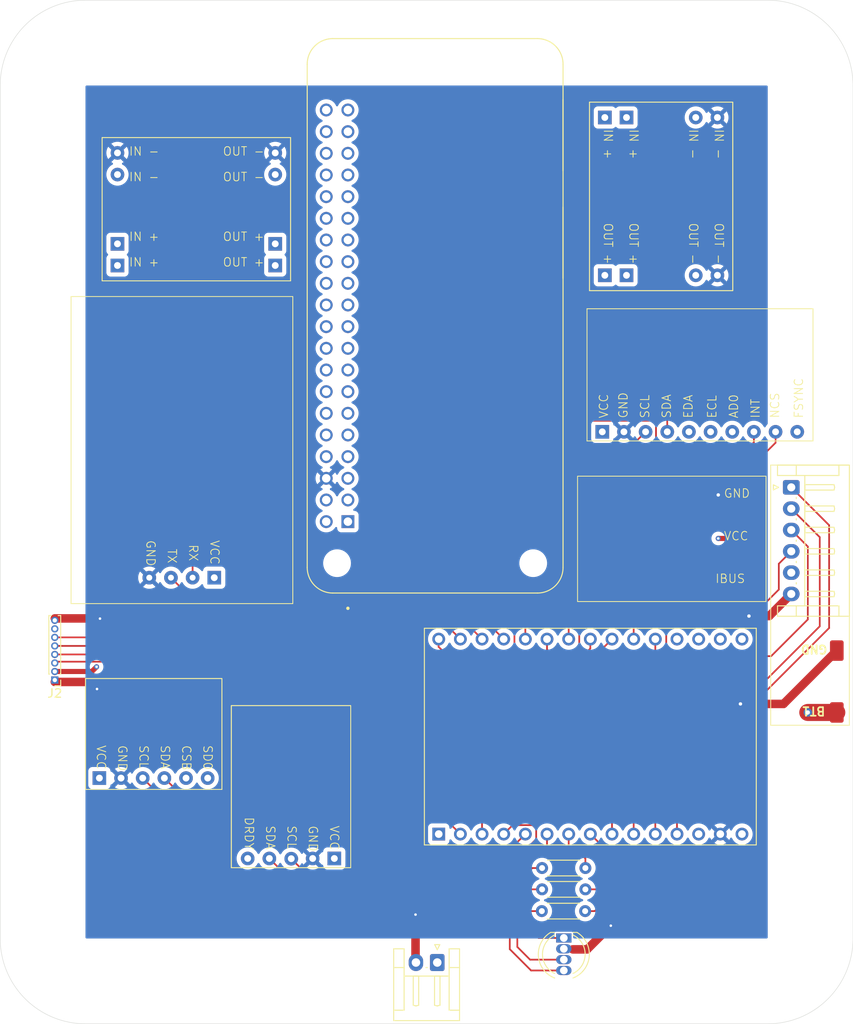
<source format=kicad_pcb>
(kicad_pcb (version 20241229) (generator "pcbnew") (generator_version "9.0")
  (layers (0 "F.Cu" signal) (4 "In1.Cu" signal) (6 "In2.Cu" signal) (2 "B.Cu" signal) (13 "F.Paste" user) (15 "B.Paste" user) (5 "F.SilkS" user "F.Silkscreen") (7 "B.SilkS" user "B.Silkscreen") (1 "F.Mask" user) (3 "B.Mask" user) (25 "Edge.Cuts" user))
  (net 0 "")
  (net 1 "0")
  (net 2 "+7.5V")
  (net 3 "Net-(D1-DO)")
  (net 4 "Net-(D1-DI)")
  (net 5 "Net-(D1-VDD)")
  (net 6 "Net-(J1-Pin_25)")
  (net 7 "Net-(J1-Pin_27)")
  (net 8 "Net-(J1-Pin_3)")
  (net 10 "Net-(J1-Pin_9)")
  (net 11 "Net-(J1-Pin_24)")
  (net 12 "Net-(J1-Pin_2)")
  (net 13 "Net-(J1-Pin_7)")
  (net 14 "Net-(J1-Pin_20)")
  (net 15 "+3.3V")
  (net 16 "Net-(J1-Pin_23)")
  (net 17 "Net-(J1-Pin_12)")
  (net 18 "Net-(J1-Pin_10)")
  (net 19 "Net-(J1-Pin_29)")
  (net 22 "Net-(J1-Pin_26)")
  (net 23 "Net-(J1-Pin_30)")
  (net 24 "Net-(J1-Pin_28)")
  (net 26 "Net-(J1-Pin_5)")
  (net 28 "Net-(J1-Pin_4)")
  (net 30 "Net-(J1-Pin_21)")
  (net 31 "Net-(J1-Pin_11)")
  (net 32 "Net-(J1-Pin_22)")
  (net 33 "Net-(J1-Pin_6)")
  (net 34 "+5V")
  (net 78 "Net-(C3-Pad1)")
  (net 79 "Net-(C1-Pad2)")
  (net 80 "Net-(C3-Pad2)")
  (net 81 "Net-(C1-Pad1)")
  (net 82 "Net-(C2-Pad1)")
  (net 83 "Net-(C2-Pad2)")
  (net 84 "Net-(C4-Pad1)")
  (net 85 "Net-(C4-Pad2)")
  (net 86 "Net-(J1-Pin_8)")
  (footprint "mp1584:mp1584_footprint" (layer "F.Cu") (at 150.7 52.05 -90)
    (property "Reference" "U6" (hide yes))
    (property "Value" "mp1584" (hide yes))
    (fp_text user "IN -" (at -7 10 270) (layer "F.SilkS") (effects (font (thickness 0.1)) (justify left bottom)))
    (fp_text user "OUT -" (at 4 10 270) (layer "F.SilkS") (effects (font (thickness 0.1)) (justify left bottom)))
    (fp_text user "IN +" (at -7 20 270) (layer "F.SilkS") (effects (font (thickness 0.1)) (justify left bottom)))
    (fp_text user "IN +" (at -7 17 270) (layer "F.SilkS") (effects (font (thickness 0.1)) (justify left bottom)))
    (fp_text user "IN -" (at -7 7 270) (layer "F.SilkS") (effects (font (thickness 0.1)) (justify left bottom)))
    (fp_text user "OUT +" (at 4 17 270) (layer "F.SilkS") (effects (font (thickness 0.1)) (justify left bottom)))
    (fp_text user "OUT -" (at 4 7 270) (layer "F.SilkS") (effects (font (thickness 0.1)) (justify left bottom)))
    (fp_text user "OUT +" (at 4 20 270) (layer "F.SilkS") (effects (font (thickness 0.1)) (justify left bottom)))
    (pad "1" thru_hole rect (at 10.2 19.8 270) (size 1.6 1.6) (drill 0.8) (layers "*.Cu" "*.Mask") (net 15 "+3.3V"))
    (pad "2" thru_hole rect (at 10.2 17.26 270) (size 1.6 1.6) (drill 0.8) (layers "*.Cu" "*.Mask") (net 78 "Net-(C3-Pad1)"))
    (pad "3" thru_hole circle (at 10.2 9.14 270) (size 1.6 1.6) (drill 0.8) (layers "*.Cu" "*.Mask") (net 80 "Net-(C3-Pad2)"))
    (pad "4" thru_hole circle (at 10.2 6.6 270) (size 1.6 1.6) (drill 0.8) (layers "*.Cu" "*.Mask") (net 1 "0"))
    (pad "5" thru_hole circle (at -8.3 6.6 270) (size 1.6 1.6) (drill 0.8) (layers "*.Cu" "*.Mask") (net 1 "0"))
    (pad "6" thru_hole circle (at -8.3 9.14 270) (size 1.6 1.6) (drill 0.8) (layers "*.Cu" "*.Mask") (net 79 "Net-(C1-Pad2)"))
    (pad "7" thru_hole rect (at -8.3 17.26 270) (size 1.6 1.6) (drill 0.8) (layers "*.Cu" "*.Mask") (net 81 "Net-(C1-Pad1)"))
    (pad "8" thru_hole rect (at -8.3 19.8 270) (size 1.6 1.6) (drill 0.8) (layers "*.Cu" "*.Mask") (net 2 "+7.5V"))
  )
  (footprint "MountingHole:MountingHole_3.5mm" (layer "F.Cu") (at 137.071068 36.928932)
    (property "Reference" "H7" (hide yes))
    (property "Value" "MountingHole" (hide yes))
    (pad "" np_thru_hole circle (at 0 0) (size 3.5 3.5) (drill 3.5) (layers "*.Cu" "*.Mask"))
  )
  (footprint "Flysky fs-a8s:Flysky fs-a8s_footprint" (layer "F.Cu") (at 120.8 92.4 90)
    (property "Reference" "U8" (hide yes))
    (property "Value" "Flysky fs-a8s" (hide yes))
    (fp_text user "IBUS" (at -6 23 0) (layer "F.SilkS") (effects (font (thickness 0.1)) (justify left bottom)))
    (fp_text user "GND" (at 4 24 0) (layer "F.SilkS") (effects (font (thickness 0.1)) (justify left bottom)))
    (fp_text user "VCC" (at -1 24 0) (layer "F.SilkS") (effects (font (thickness 0.1)) (justify left bottom)))
    (pad "1" smd roundrect (at 4.4 28 90) (size 2.4 1.6) (layers "F.Cu" "F.Mask" "F.Paste") (roundrect_rratio 0.15) (net 1 "0"))
    (pad "2" smd roundrect (at -0.7 28 90) (size 2.4 1.6) (layers "F.Cu" "F.Mask" "F.Paste") (roundrect_rratio 0.15) (net 34 "+5V"))
    (pad "3" smd roundrect (at -5.8 28 90) (size 2.4 1.6) (layers "F.Cu" "F.Mask" "F.Paste") (roundrect_rratio 0.15) (net 30 "Net-(J1-Pin_21)"))
  )
  (footprint "MPU6500:MPU6500" (layer "F.Cu") (at 145.84 85.68 180)
    (property "Reference" "U9" (hide yes))
    (property "Value" "~" (hide yes))
    (fp_text user "SCL" (at 9.652 6.604 90) (layer "F.SilkS") (effects (font (thickness 0.1)) (justify left bottom)))
    (fp_text user "SDA" (at 7.112 6.604 90) (layer "F.SilkS") (effects (font (thickness 0.1)) (justify left bottom)))
    (fp_text user "NCS" (at -5.588 6.604 90) (layer "F.SilkS") (effects (font (thickness 0.1)) (justify left bottom)))
    (fp_text user "GND" (at 12.192 6.604 90) (layer "F.SilkS") (effects (font (thickness 0.1)) (justify left bottom)))
    (fp_text user "VCC" (at 14.478 6.604 90) (layer "F.SilkS") (effects (font (thickness 0.1)) (justify left bottom)))
    (fp_text user "EDA" (at 4.572 6.604 90) (layer "F.SilkS") (effects (font (thickness 0.1)) (justify left bottom)))
    (fp_text user "INT" (at -3.302 6.604 90) (layer "F.SilkS") (effects (font (thickness 0.1)) (justify left bottom)))
    (fp_text user "ECL" (at 1.778 6.604 90) (layer "F.SilkS") (effects (font (thickness 0.1)) (justify left bottom)))
    (fp_text user "AD0" (at -0.762 6.604 90) (layer "F.SilkS") (effects (font (thickness 0.1)) (justify left bottom)))
    (fp_text user "FSYNC" (at -8.382 6.604 90) (layer "F.SilkS") (effects (font (thickness 0.1)) (justify left bottom)))
    (pad "1" thru_hole rect (at 15.24 5.08 180) (size 1.6 1.6) (drill 0.8) (layers "*.Cu" "*.Mask") (net 15 "+3.3V"))
    (pad "2" thru_hole circle (at 12.7 5.08 180) (size 1.6 1.6) (drill 0.8) (layers "*.Cu" "*.Mask") (net 1 "0"))
    (pad "3" thru_hole circle (at 10.16 5.08 180) (size 1.6 1.6) (drill 0.8) (layers "*.Cu" "*.Mask") (net 11 "Net-(J1-Pin_24)"))
    (pad "4" thru_hole circle (at 7.62 5.08 180) (size 1.6 1.6) (drill 0.8) (layers "*.Cu" "*.Mask") (net 23 "Net-(J1-Pin_30)"))
    (pad "5" thru_hole circle (at 5.08 5.08 180) (size 1.6 1.6) (drill 0.8) (layers "*.Cu" "*.Mask"))
    (pad "6" thru_hole circle (at 2.54 5.08 180) (size 1.6 1.6) (drill 0.8) (layers "*.Cu" "*.Mask"))
    (pad "7" thru_hole circle (at 0 5.08 180) (size 1.6 1.6) (drill 0.8) (layers "*.Cu" "*.Mask"))
    (pad "8" thru_hole circle (at -2.54 5.08 180) (size 1.6 1.6) (drill 0.8) (layers "*.Cu" "*.Mask") (net 22 "Net-(J1-Pin_26)"))
    (pad "9" thru_hole circle (at -5.08 5.08 180) (size 1.6 1.6) (drill 0.8) (layers "*.Cu" "*.Mask") (net 6 "Net-(J1-Pin_25)"))
    (pad "10" thru_hole circle (at -7.62 5.08 180) (size 1.6 1.6) (drill 0.8) (layers "*.Cu" "*.Mask"))
  )
  (footprint "HMC5883L:HMC5883L_footprint" (layer "F.Cu") (at 94.1 135.7 180)
    (property "Reference" "U5" (hide yes))
    (property "Value" "HMC5883L" (hide yes))
    (fp_text user "VCC" (at -4.5 9 270) (layer "F.SilkS") (effects (font (thickness 0.1)) (justify left bottom)))
    (fp_text user "SDA" (at 3 9 270) (layer "F.SilkS") (effects (font (thickness 0.1)) (justify left bottom)))
    (fp_text user "GND" (at -2 9 270) (layer "F.SilkS") (effects (font (thickness 0.1)) (justify left bottom)))
    (fp_text user "DRDY" (at 5.5 10 270) (layer "F.SilkS") (effects (font (thickness 0.1)) (justify left bottom)))
    (fp_text user "SCL" (at 0.5 9 270) (layer "F.SilkS") (effects (font (thickness 0.1)) (justify left bottom)))
    (pad "1" thru_hole rect (at -5.08 5.08 180) (size 1.6 1.6) (drill 0.8) (layers "*.Cu" "*.Mask") (net 15 "+3.3V"))
    (pad "2" thru_hole circle (at -2.54 5.08 180) (size 1.6 1.6) (drill 0.8) (layers "*.Cu" "*.Mask") (net 1 "0"))
    (pad "3" thru_hole circle (at -0.027476 5.05461 180) (size 1.6 1.6) (drill 0.8) (layers "*.Cu" "*.Mask") (net 26 "Net-(J1-Pin_5)"))
    (pad "4" thru_hole circle (at 2.54 5.08 180) (size 1.6 1.6) (drill 0.8) (layers "*.Cu" "*.Mask") (net 28 "Net-(J1-Pin_4)"))
    (pad "5" thru_hole circle (at 5.08 5.08 180) (size 1.6 1.6) (drill 0.8) (layers "*.Cu" "*.Mask"))
  )
  (footprint "Connector_JST:JST_EH_S2B-EH_1x02_P2.50mm_Horizontal" (layer "F.Cu") (at 111.25 142.8175 180)
    (property "Reference" "BT1" (hide yes))
    (property "Value" "Battery")
    (pad "1" thru_hole roundrect (at 0 0 180) (size 1.7 2) (drill 1) (layers "*.Cu" "*.Mask") (roundrect_rratio 0.147059) (net 2 "+7.5V"))
    (pad "2" thru_hole oval (at 2.5 0 180) (size 1.7 2) (drill 1) (layers "*.Cu" "*.Mask") (net 1 "0"))
  )
  (footprint "Connector_PinHeader_1.00mm:PinHeader_1x08_P1.00mm_Vertical" (layer "F.Cu") (at 66.4 109.7 180)
    (property "Reference" "J2" (at 0 -1.56 0) (layer "F.SilkS"))
    (property "Value" "Conn_01x08_Pin")
    (pad "1" thru_hole rect (at 0 0 180) (size 0.85 0.85) (drill 0.5) (layers "*.Cu" "*.Mask") (net 1 "0"))
    (pad "2" thru_hole oval (at 0 1 180) (size 0.85 0.85) (drill 0.5) (layers "*.Cu" "*.Mask") (net 34 "+5V"))
    (pad "3" thru_hole oval (at 0 2 180) (size 0.85 0.85) (drill 0.5) (layers "*.Cu" "*.Mask") (net 14 "Net-(J1-Pin_20)"))
    (pad "4" thru_hole oval (at 0 3 180) (size 0.85 0.85) (drill 0.5) (layers "*.Cu" "*.Mask") (net 32 "Net-(J1-Pin_22)"))
    (pad "5" thru_hole oval (at 0 4 180) (size 0.85 0.85) (drill 0.5) (layers "*.Cu" "*.Mask") (net 16 "Net-(J1-Pin_23)"))
    (pad "6" thru_hole oval (at 0 5 180) (size 0.85 0.85) (drill 0.5) (layers "*.Cu" "*.Mask") (net 19 "Net-(J1-Pin_29)"))
    (pad "7" thru_hole oval (at 0 6 180) (size 0.85 0.85) (drill 0.5) (layers "*.Cu" "*.Mask") (net 15 "+3.3V"))
    (pad "8" thru_hole oval (at 0 7 180) (size 0.85 0.85) (drill 0.5) (layers "*.Cu" "*.Mask") (net 1 "0"))
  )
  (footprint "MountingHole:MountingHole_3.5mm" (layer "F.Cu") (at 82.928933 143.071068)
    (property "Reference" "H5" (hide yes))
    (property "Value" "MountingHole" (hide yes))
    (pad "" np_thru_hole circle (at 0 0) (size 3.5 3.5) (drill 3.5) (layers "*.Cu" "*.Mask"))
  )
  (footprint "Resistor_THT:R_Axial_DIN0204_L3.6mm_D1.6mm_P5.08mm_Horizontal" (layer "F.Cu") (at 123.54 131.74)
    (property "Reference" "R3" (hide yes))
    (property "Value" "220" (hide yes))
    (pad "1" thru_hole circle (at 0 0) (size 1.4 1.4) (drill 0.7) (layers "*.Cu" "*.Mask") (net 4 "Net-(D1-DI)"))
    (pad "2" thru_hole oval (at 5.08 0) (size 1.4 1.4) (drill 0.7) (layers "*.Cu" "*.Mask") (net 33 "Net-(J1-Pin_6)"))
  )
  (footprint "Resistor_THT:R_Axial_DIN0204_L3.6mm_D1.6mm_P5.08mm_Horizontal" (layer "F.Cu") (at 123.51 136.79)
    (property "Reference" "R1" (hide yes))
    (property "Value" "220" (hide yes))
    (pad "1" thru_hole circle (at 0 0) (size 1.4 1.4) (drill 0.7) (layers "*.Cu" "*.Mask") (net 3 "Net-(D1-DO)"))
    (pad "2" thru_hole oval (at 5.08 0) (size 1.4 1.4) (drill 0.7) (layers "*.Cu" "*.Mask") (net 86 "Net-(J1-Pin_8)"))
  )
  (footprint "mp1584:mp1584_footprint" (layer "F.Cu") (at 82.05 41.3)
    (property "Reference" "U7" (hide yes))
    (property "Value" "mp1584" (hide yes))
    (fp_text user "IN -" (at -7 7 0) (layer "F.SilkS") (effects (font (thickness 0.1)) (justify left bottom)))
    (fp_text user "IN +" (at -7 17 0) (layer "F.SilkS") (effects (font (thickness 0.1)) (justify left bottom)))
    (fp_text user "OUT +" (at 4 17 0) (layer "F.SilkS") (effects (font (thickness 0.1)) (justify left bottom)))
    (fp_text user "IN +" (at -7 20 0) (layer "F.SilkS") (effects (font (thickness 0.1)) (justify left bottom)))
    (fp_text user "OUT -" (at 4 7 0) (layer "F.SilkS") (effects (font (thickness 0.1)) (justify left bottom)))
    (fp_text user "OUT -" (at 4 10 0) (layer "F.SilkS") (effects (font (thickness 0.1)) (justify left bottom)))
    (fp_text user "OUT +" (at 4 20 0) (layer "F.SilkS") (effects (font (thickness 0.1)) (justify left bottom)))
    (fp_text user "IN -" (at -7 10 0) (layer "F.SilkS") (effects (font (thickness 0.1)) (justify left bottom)))
    (pad "1" thru_hole rect (at 10.2 19.8) (size 1.6 1.6) (drill 0.8) (layers "*.Cu" "*.Mask") (net 34 "+5V"))
    (pad "2" thru_hole rect (at 10.2 17.26) (size 1.6 1.6) (drill 0.8) (layers "*.Cu" "*.Mask") (net 85 "Net-(C4-Pad2)"))
    (pad "3" thru_hole circle (at 10.2 9.14) (size 1.6 1.6) (drill 0.8) (layers "*.Cu" "*.Mask") (net 84 "Net-(C4-Pad1)"))
    (pad "4" thru_hole circle (at 10.2 6.6) (size 1.6 1.6) (drill 0.8) (layers "*.Cu" "*.Mask") (net 1 "0"))
    (pad "5" thru_hole circle (at -8.3 6.6) (size 1.6 1.6) (drill 0.8) (layers "*.Cu" "*.Mask") (net 1 "0"))
    (pad "6" thru_hole circle (at -8.3 9.14) (size 1.6 1.6) (drill 0.8) (layers "*.Cu" "*.Mask") (net 82 "Net-(C2-Pad1)"))
    (pad "7" thru_hole rect (at -8.3 17.26) (size 1.6 1.6) (drill 0.8) (layers "*.Cu" "*.Mask") (net 83 "Net-(C2-Pad2)"))
    (pad "8" thru_hole rect (at -8.3 19.8) (size 1.6 1.6) (drill 0.8) (layers "*.Cu" "*.Mask") (net 2 "+7.5V"))
  )
  (footprint "MountingHole:MountingHole_3.5mm" (layer "F.Cu") (at 137.071068 143.071067)
    (property "Reference" "H3" (hide yes))
    (property "Value" "MountingHole" (hide yes))
    (pad "" np_thru_hole circle (at 0 0) (size 3.5 3.5) (drill 3.5) (layers "*.Cu" "*.Mask"))
  )
  (footprint "Resistor_THT:R_Axial_DIN0204_L3.6mm_D1.6mm_P5.08mm_Horizontal" (layer "F.Cu") (at 123.54 134.24)
    (property "Reference" "R2" (hide yes))
    (property "Value" "220" (hide yes))
    (pad "1" thru_hole circle (at 0 0) (size 1.4 1.4) (drill 0.7) (layers "*.Cu" "*.Mask") (net 5 "Net-(D1-VDD)"))
    (pad "2" thru_hole oval (at 5.08 0) (size 1.4 1.4) (drill 0.7) (layers "*.Cu" "*.Mask") (net 13 "Net-(J1-Pin_7)"))
  )
  (footprint "RF_Module:ESP32-C3-DevKitM-1" (layer "F.Cu") (at 111.42 127.76 90)
    (property "Reference" "J1" (hide yes))
    (property "Value" "ESP-32_DevkitC" (hide yes))
    (pad "1" thru_hole rect (at 0 0 90) (size 1.5 1.5) (drill 0.9) (layers "*.Cu" "*.Mask"))
    (pad "2" thru_hole circle (at 0 2.54 90) (size 1.5 1.5) (drill 0.9) (layers "*.Cu" "*.Mask") (net 12 "Net-(J1-Pin_2)"))
    (pad "3" thru_hole circle (at 0 5.08 90) (size 1.5 1.5) (drill 0.9) (layers "*.Cu" "*.Mask") (net 8 "Net-(J1-Pin_3)"))
    (pad "4" thru_hole circle (at 0 7.62 90) (size 1.5 1.5) (drill 0.9) (layers "*.Cu" "*.Mask") (net 28 "Net-(J1-Pin_4)"))
    (pad "5" thru_hole circle (at 0 10.16 90) (size 1.5 1.5) (drill 0.9) (layers "*.Cu" "*.Mask") (net 26 "Net-(J1-Pin_5)"))
    (pad "6" thru_hole circle (at 0 12.7 90) (size 1.5 1.5) (drill 0.9) (layers "*.Cu" "*.Mask") (net 33 "Net-(J1-Pin_6)"))
    (pad "7" thru_hole circle (at 0 15.24 90) (size 1.5 1.5) (drill 0.9) (layers "*.Cu" "*.Mask") (net 13 "Net-(J1-Pin_7)"))
    (pad "8" thru_hole circle (at 0 17.78 90) (size 1.5 1.5) (drill 0.9) (layers "*.Cu" "*.Mask") (net 86 "Net-(J1-Pin_8)"))
    (pad "9" thru_hole circle (at 0 20.32 90) (size 1.5 1.5) (drill 0.9) (layers "*.Cu" "*.Mask") (net 10 "Net-(J1-Pin_9)"))
    (pad "10" thru_hole circle (at 0 22.86 90) (size 1.5 1.5) (drill 0.9) (layers "*.Cu" "*.Mask") (net 18 "Net-(J1-Pin_10)"))
    (pad "11" thru_hole circle (at 0 25.4 90) (size 1.5 1.5) (drill 0.9) (layers "*.Cu" "*.Mask") (net 31 "Net-(J1-Pin_11)"))
    (pad "12" thru_hole circle (at 0 27.94 90) (size 1.5 1.5) (drill 0.9) (layers "*.Cu" "*.Mask") (net 17 "Net-(J1-Pin_12)"))
    (pad "13" thru_hole circle (at 0 30.48 90) (size 1.5 1.5) (drill 0.9) (layers "*.Cu" "*.Mask"))
    (pad "14" thru_hole circle (at 0 33.02 90) (size 1.5 1.5) (drill 0.9) (layers "*.Cu" "*.Mask") (net 1 "0"))
    (pad "15" thru_hole circle (at 0 35.56 90) (size 1.5 1.5) (drill 0.9) (layers "*.Cu" "*.Mask") (net 15 "+3.3V"))
    (pad "16" thru_hole circle (at 22.86 35.56 90) (size 1.5 1.5) (drill 0.9) (layers "*.Cu" "*.Mask"))
    (pad "17" thru_hole circle (at 22.86 33.02 90) (size 1.5 1.5) (drill 0.9) (layers "*.Cu" "*.Mask"))
    (pad "18" thru_hole circle (at 22.86 30.48 90) (size 1.5 1.5) (drill 0.9) (layers "*.Cu" "*.Mask"))
    (pad "19" thru_hole circle (at 22.86 27.94 90) (size 1.5 1.5) (drill 0.9) (layers "*.Cu" "*.Mask"))
    (pad "20" thru_hole circle (at 22.86 25.4 90) (size 1.5 1.5) (drill 0.9) (layers "*.Cu" "*.Mask") (net 14 "Net-(J1-Pin_20)"))
    (pad "21" thru_hole circle (at 22.86 22.86 90) (size 1.5 1.5) (drill 0.9) (layers "*.Cu" "*.Mask") (net 30 "Net-(J1-Pin_21)"))
    (pad "22" thru_hole circle (at 22.86 20.32 90) (size 1.5 1.5) (drill 0.9) (layers "*.Cu" "*.Mask") (net 32 "Net-(J1-Pin_22)"))
    (pad "23" thru_hole circle (at 22.86 17.78 90) (size 1.5 1.5) (drill 0.9) (layers "*.Cu" "*.Mask") (net 16 "Net-(J1-Pin_23)"))
    (pad "24" thru_hole circle (at 22.86 15.24 90) (size 1.5 1.5) (drill 0.9) (layers "*.Cu" "*.Mask") (net 11 "Net-(J1-Pin_24)"))
    (pad "25" thru_hole circle (at 22.86 12.7 90) (size 1.5 1.5) (drill 0.9) (layers "*.Cu" "*.Mask") (net 6 "Net-(J1-Pin_25)"))
    (pad "26" thru_hole circle (at 22.86 10.16 90) (size 1.5 1.5) (drill 0.9) (layers "*.Cu" "*.Mask") (net 22 "Net-(J1-Pin_26)"))
    (pad "27" thru_hole circle (at 22.86 7.62 90) (size 1.5 1.5) (drill 0.9) (layers "*.Cu" "*.Mask") (net 7 "Net-(J1-Pin_27)"))
    (pad "28" thru_hole circle (at 22.86 5.08 90) (size 1.5 1.5) (drill 0.9) (layers "*.Cu" "*.Mask") (net 24 "Net-(J1-Pin_28)"))
    (pad "29" thru_hole circle (at 22.86 2.54 90) (size 1.5 1.5) (drill 0.9) (layers "*.Cu" "*.Mask") (net 19 "Net-(J1-Pin_29)"))
    (pad "30" thru_hole circle (at 22.86 0 90) (size 1.5 1.5) (drill 0.9) (layers "*.Cu" "*.Mask") (net 23 "Net-(J1-Pin_30)"))
  )
  (footprint "MountingHole:MountingHole_3.5mm" (layer "F.Cu") (at 82.928932 36.928932)
    (property "Reference" "H1" (hide yes))
    (property "Value" "MountingHole" (hide yes))
    (pad "" np_thru_hole circle (at 0 0) (size 3.5 3.5) (drill 3.5) (layers "*.Cu" "*.Mask"))
  )
  (footprint "MountingHole:MountingHole_3.5mm" (layer "F.Cu") (at 153.071068 127.071067)
    (property "Reference" "H2" (hide yes))
    (property "Value" "MountingHole" (hide yes))
    (pad "" np_thru_hole circle (at 0 0) (size 3.5 3.5) (drill 3.5) (layers "*.Cu" "*.Mask"))
  )
  (footprint "MountingHole:MountingHole_3.5mm" (layer "F.Cu") (at 66.928932 127.071067)
    (property "Reference" "H6" (hide yes))
    (property "Value" "MountingHole" (hide yes))
    (pad "" np_thru_hole circle (at 0 0) (size 3.5 3.5) (drill 3.5) (layers "*.Cu" "*.Mask"))
  )
  (footprint "MountingHole:MountingHole_3.5mm" (layer "F.Cu") (at 153.071068 52.928933)
    (property "Reference" "H8" (hide yes))
    (property "Value" "MountingHole" (hide yes))
    (pad "" np_thru_hole circle (at 0 0) (size 3.5 3.5) (drill 3.5) (layers "*.Cu" "*.Mask"))
  )
  (footprint "4x1_ESC:4x1_ESC" (layer "F.Cu") (at 159.6 99 90)
    (property "Reference" "U10" (hide yes))
    (property "Value" "~" (hide yes))
    (fp_text user "BT1" (at -13.75 -2.75 180) (layer "F.SilkS") (effects (font (thickness 0.2) (bold yes)) (justify left bottom)))
    (fp_text user "GND" (at -6.5 -2.5 180) (layer "F.SilkS") (effects (font (thickness 0.2) (bold yes)) (justify left bottom)))
    (pad "1" thru_hole oval (at -0.61 -6.84 270) (size 1.7 1.95) (drill 0.95) (layers "*.Cu" "*.Mask") (net 1 "0"))
    (pad "2" thru_hole oval (at 1.89 -6.84 270) (size 1.7 1.95) (drill 0.95) (layers "*.Cu" "*.Mask"))
    (pad "3" thru_hole oval (at 4.39 -6.84 270) (size 1.7 1.95) (drill 0.95) (layers "*.Cu" "*.Mask") (net 10 "Net-(J1-Pin_9)"))
    (pad "4" thru_hole oval (at 6.89 -6.84 270) (size 1.7 1.95) (drill 0.95) (layers "*.Cu" "*.Mask") (net 18 "Net-(J1-Pin_10)"))
    (pad "5" thru_hole oval (at 9.39 -6.84 270) (size 1.7 1.95) (drill 0.95) (layers "*.Cu" "*.Mask") (net 31 "Net-(J1-Pin_11)"))
    (pad "6" thru_hole roundrect (at 11.89 -6.84 270) (size 1.7 1.95) (drill 0.95) (layers "*.Cu" "*.Mask") (roundrect_rratio 0.147059) (net 17 "Net-(J1-Pin_12)"))
    (pad "13" smd roundrect (at -7.25 -1.5 90) (size 2.4 1.6) (layers "F.Cu" "F.Mask" "F.Paste") (roundrect_rratio 0.15) (net 1 "0"))
    (pad "14" smd roundrect (at -14.5 -1.5 90) (size 2.4 1.6) (layers "F.Cu" "F.Mask" "F.Paste") (roundrect_rratio 0.15) (net 2 "+7.5V"))
  )
  (footprint "Rasberry Pi 0W footprint:MODULE_SC0065" (layer "F.Cu") (at 111 67 90)
    (property "Reference" "U1" (hide yes))
    (property "Value" "Rasberry Pi 0W" (hide yes))
    (pad "" np_thru_hole circle (at -29 -11.5 90) (size 2.75 2.75) (drill 2.75) (layers "*.Cu" "*.Mask"))
    (pad "" np_thru_hole circle (at -29 11.5 90) (size 2.75 2.75) (drill 2.75) (layers "*.Cu" "*.Mask"))
    (pad "" np_thru_hole circle (at 29 -11.5 90) (size 2.75 2.75) (drill 2.75) (layers "*.Cu" "*.Mask"))
    (pad "" np_thru_hole circle (at 29 11.5 90) (size 2.75 2.75) (drill 2.75) (layers "*.Cu" "*.Mask"))
    (pad "1" thru_hole rect (at -24.13 -10.23 90) (size 1.508 1.508) (drill 1) (layers "*.Cu" "*.Mask"))
    (pad "2" thru_hole circle (at -24.13 -12.77 90) (size 1.508 1.508) (drill 1) (layers "*.Cu" "*.Mask") (net 34 "+5V"))
    (pad "3" thru_hole circle (at -21.59 -10.23 90) (size 1.508 1.508) (drill 1) (layers "*.Cu" "*.Mask"))
    (pad "4" thru_hole circle (at -21.59 -12.77 90) (size 1.508 1.508) (drill 1) (layers "*.Cu" "*.Mask"))
    (pad "5" thru_hole circle (at -19.05 -10.23 90) (size 1.508 1.508) (drill 1) (layers "*.Cu" "*.Mask"))
    (pad "6" thru_hole circle (at -19.05 -12.77 90) (size 1.508 1.508) (drill 1) (layers "*.Cu" "*.Mask") (net 1 "0"))
    (pad "7" thru_hole circle (at -16.51 -10.23 90) (size 1.508 1.508) (drill 1) (layers "*.Cu" "*.Mask"))
    (pad "8" thru_hole circle (at -16.51 -12.77 90) (size 1.508 1.508) (drill 1) (layers "*.Cu" "*.Mask"))
    (pad "9" thru_hole circle (at -13.97 -10.23 90) (size 1.508 1.508) (drill 1) (layers "*.Cu" "*.Mask"))
    (pad "10" thru_hole circle (at -13.97 -12.77 90) (size 1.508 1.508) (drill 1) (layers "*.Cu" "*.Mask"))
    (pad "11" thru_hole circle (at -11.43 -10.23 90) (size 1.508 1.508) (drill 1) (layers "*.Cu" "*.Mask"))
    (pad "12" thru_hole circle (at -11.43 -12.77 90) (size 1.508 1.508) (drill 1) (layers "*.Cu" "*.Mask"))
    (pad "13" thru_hole circle (at -8.89 -10.23 90) (size 1.508 1.508) (drill 1) (layers "*.Cu" "*.Mask"))
    (pad "14" thru_hole circle (at -8.89 -12.77 90) (size 1.508 1.508) (drill 1) (layers "*.Cu" "*.Mask"))
    (pad "15" thru_hole circle (at -6.35 -10.23 90) (size 1.508 1.508) (drill 1) (layers "*.Cu" "*.Mask"))
    (pad "16" thru_hole circle (at -6.35 -12.77 90) (size 1.508 1.508) (drill 1) (layers "*.Cu" "*.Mask"))
    (pad "17" thru_hole circle (at -3.81 -10.23 90) (size 1.508 1.508) (drill 1) (layers "*.Cu" "*.Mask"))
    (pad "18" thru_hole circle (at -3.81 -12.77 90) (size 1.508 1.508) (drill 1) (layers "*.Cu" "*.Mask"))
    (pad "19" thru_hole circle (at -1.27 -10.23 90) (size 1.508 1.508) (drill 1) (layers "*.Cu" "*.Mask"))
    (pad "20" thru_hole circle (at -1.27 -12.77 90) (size 1.508 1.508) (drill 1) (layers "*.Cu" "*.Mask"))
    (pad "21" thru_hole circle (at 1.27 -10.23 90) (size 1.508 1.508) (drill 1) (layers "*.Cu" "*.Mask"))
    (pad "22" thru_hole circle (at 1.27 -12.77 90) (size 1.508 1.508) (drill 1) (layers "*.Cu" "*.Mask"))
    (pad "23" thru_hole circle (at 3.81 -10.23 90) (size 1.508 1.508) (drill 1) (layers "*.Cu" "*.Mask"))
    (pad "24" thru_hole circle (at 3.81 -12.77 90) (size 1.508 1.508) (drill 1) (layers "*.Cu" "*.Mask"))
    (pad "25" thru_hole circle (at 6.35 -10.23 90) (size 1.508 1.508) (drill 1) (layers "*.Cu" "*.Mask"))
    (pad "26" thru_hole circle (at 6.35 -12.77 90) (size 1.508 1.508) (drill 1) (layers "*.Cu" "*.Mask"))
    (pad "27" thru_hole circle (at 8.89 -10.23 90) (size 1.508 1.508) (drill 1) (layers "*.Cu" "*.Mask"))
    (pad "28" thru_hole circle (at 8.89 -12.77 90) (size 1.508 1.508) (drill 1) (layers "*.Cu" "*.Mask"))
    (pad "29" thru_hole circle (at 11.43 -10.23 90) (size 1.508 1.508) (drill 1) (layers "*.Cu" "*.Mask"))
    (pad "30" thru_hole circle (at 11.43 -12.77 90) (size 1.508 1.508) (drill 1) (layers "*.Cu" "*.Mask"))
    (pad "31" thru_hole circle (at 13.97 -10.23 90) (size 1.508 1.508) (drill 1) (layers "*.Cu" "*.Mask"))
    (pad "32" thru_hole circle (at 13.97 -12.77 90) (size 1.508 1.508) (drill 1) (layers "*.Cu" "*.Mask"))
    (pad "33" thru_hole circle (at 16.51 -10.23 90) (size 1.508 1.508) (drill 1) (layers "*.Cu" "*.Mask"))
    (pad "34" thru_hole circle (at 16.51 -12.77 90) (size 1.508 1.508) (drill 1) (layers "*.Cu" "*.Mask"))
    (pad "35" thru_hole circle (at 19.05 -10.23 90) (size 1.508 1.508) (drill 1) (layers "*.Cu" "*.Mask"))
    (pad "36" thru_hole circle (at 19.05 -12.77 90) (size 1.508 1.508) (drill 1) (layers "*.Cu" "*.Mask"))
    (pad "37" thru_hole circle (at 21.59 -10.23 90) (size 1.508 1.508) (drill 1) (layers "*.Cu" "*.Mask"))
    (pad "38" thru_hole circle (at 21.59 -12.77 90) (size 1.508 1.508) (drill 1) (layers "*.Cu" "*.Mask"))
    (pad "39" thru_hole circle (at 24.13 -10.23 90) (size 1.508 1.508) (drill 1) (layers "*.Cu" "*.Mask"))
    (pad "40" thru_hole circle (at 24.13 -12.77 90) (size 1.508 1.508) (drill 1) (layers "*.Cu" "*.Mask"))
  )
  (footprint "MountingHole:MountingHole_3.5mm" (layer "F.Cu") (at 66.928932 52.928933)
    (property "Reference" "H4" (hide yes))
    (property "Value" "MountingHole" (hide yes))
    (pad "" np_thru_hole circle (at 0 0) (size 3.5 3.5) (drill 3.5) (layers "*.Cu" "*.Mask"))
  )
  (footprint "GY-NEO6MV2_footprint:GY-NEO6MV2foot" (layer "F.Cu") (at 82.56 100.24 180)
    (property "Reference" "U3" (hide yes))
    (property "Value" "GY-NEO6MV2" (hide yes))
    (fp_text user "TX" (at 3 6 270) (layer "F.SilkS") (effects (font (thickness 0.1)) (justify left bottom)))
    (fp_text user "GND" (at 5.5 7 270) (layer "F.SilkS") (effects (font (thickness 0.1)) (justify left bottom)))
    (fp_text user "RX" (at 0.5 6.5 270) (layer "F.SilkS") (effects (font (thickness 0.1)) (justify left bottom)))
    (fp_text user "VCC" (at -2 7 270) (layer "F.SilkS") (effects (font (thickness 0.1)) (justify left bottom)))
    (pad "1" thru_hole rect (at -2.54 2.54 180) (size 1.6 1.6) (drill 0.8) (layers "*.Cu" "*.Mask") (net 15 "+3.3V"))
    (pad "2" thru_hole circle (at 0 2.54 180) (size 1.6 1.6) (drill 0.7) (layers "*.Cu" "*.Mask") (net 7 "Net-(J1-Pin_27)"))
    (pad "3" thru_hole circle (at 2.54 2.54 180) (size 1.6 1.6) (drill 0.7) (layers "*.Cu" "*.Mask") (net 24 "Net-(J1-Pin_28)"))
    (pad "4" thru_hole circle (at 5.08 2.54 180) (size 1.6 1.6) (drill 0.7) (layers "*.Cu" "*.Mask") (net 1 "0"))
  )
  (footprint "LED_THT:LED_D5.0mm-4_RGB" (layer "F.Cu") (at 126.09 139.94 -90)
    (property "Reference" "D1" (hide yes))
    (property "Value" "APA-106-F5" (hide yes))
    (pad "1" thru_hole rect (at 0 0 270) (size 1.07 1.8) (drill 0.9) (layers "*.Cu" "*.Mask") (net 3 "Net-(D1-DO)"))
    (pad "2" thru_hole oval (at 1.27 0 270) (size 1.07 1.8) (drill 0.9) (layers "*.Cu" "*.Mask") (net 1 "0"))
    (pad "3" thru_hole oval (at 2.54 0 270) (size 1.07 1.8) (drill 0.9) (layers "*.Cu" "*.Mask") (net 5 "Net-(D1-VDD)"))
    (pad "4" thru_hole oval (at 3.81 0 270) (size 1.07 1.8) (drill 0.9) (layers "*.Cu" "*.Mask") (net 4 "Net-(D1-DI)"))
  )
  (footprint "BME280_module:BME280_footprint" (layer "F.Cu") (at 79.25 126.275 180)
    (property "Reference" "U4" (hide yes))
    (property "Value" "BME280" (hide yes))
    (fp_text user "SDA" (at 0.5 9 270) (layer "F.SilkS") (effects (font (thickness 0.1)) (justify left bottom)))
    (fp_text user "VCC" (at 8 9 270) (layer "F.SilkS") (effects (font (thickness 0.1)) (justify left bottom)))
    (fp_text user "CSB" (at -2 9 270) (layer "F.SilkS") (effects (font (thickness 0.1)) (justify left bottom)))
    (fp_text user "SD0" (at -4.5 9 270) (layer "F.SilkS") (effects (font (thickness 0.1)) (justify left bottom)))
    (fp_text user "SCL" (at 3 9 270) (layer "F.SilkS") (effects (font (thickness 0.1)) (justify left bottom)))
    (fp_text user "GND" (at 5.5 9 270) (layer "F.SilkS") (effects (font (thickness 0.1)) (justify left bottom)))
    (pad "1" thru_hole rect (at 7.62 5.08 180) (size 1.6 1.6) (drill 0.8) (layers "*.Cu" "*.Mask") (net 15 "+3.3V"))
    (pad "2" thru_hole circle (at 5.08 5.08 180) (size 1.6 1.6) (drill 0.8) (layers "*.Cu" "*.Mask") (net 1 "0"))
    (pad "3" thru_hole circle (at 2.54 5.08 180) (size 1.6 1.6) (drill 0.8) (layers "*.Cu" "*.Mask") (net 12 "Net-(J1-Pin_2)"))
    (pad "4" thru_hole circle (at 0 5.08 180) (size 1.6 1.6) (drill 0.8) (layers "*.Cu" "*.Mask") (net 8 "Net-(J1-Pin_3)"))
    (pad "5" thru_hole circle (at -2.54 5.08 180) (size 1.6 1.6) (drill 0.8) (layers "*.Cu" "*.Mask") (net 15 "+3.3V"))
    (pad "6" thru_hole circle (at -5.08 5.08 180) (size 1.6 1.6) (drill 0.8) (layers "*.Cu" "*.Mask"))
  )
  (gr_line (start 70 30) (end 150 30) (stroke (width 0.05)) (layer "Edge.Cuts"))
  (gr_arc (start 150 30) (mid 157.071068 32.928932) (end 160 40) (stroke (width 0.05)) (layer "Edge.Cuts"))
  (gr_line (start 160 40) (end 160 140) (stroke (width 0.05)) (layer "Edge.Cuts"))
  (gr_arc (start 70 150) (mid 62.928932 147.071068) (end 60 140) (stroke (width 0.05)) (layer "Edge.Cuts"))
  (gr_arc (start 160 140) (mid 157.071068 147.071068) (end 150 150) (stroke (width 0.05)) (layer "Edge.Cuts"))
  (gr_arc (start 60 40) (mid 62.928932 32.928932) (end 70 30) (stroke (width 0.05)) (layer "Edge.Cuts"))
  (gr_line (start 60 140) (end 60 40) (stroke (width 0.05)) (layer "Edge.Cuts"))
  (gr_line (start 150 150) (end 70 150) (stroke (width 0.05)) (layer "Edge.Cuts"))
  (segment (start 152.76 99.61) (end 150.17 102.2) (width 1) (layer "F.Cu") (net 1))
  (segment (start 108.7 137.2) (end 108.7 142.7675) (width 1) (layer "F.Cu") (net 1))
  (segment (start 131.6 138.5) (end 128.824 141.276) (width 1) (layer "F.Cu") (net 1))
  (segment (start 71.7 102.5) (end 71.6 102.5) (width 1) (layer "F.Cu") (net 1))
  (segment (start 71.574 102.474) (end 66.4 102.474) (width 1) (layer "F.Cu") (net 1))
  (segment (start 71.35 110.75) (end 70.526 109.926) (width 1) (layer "F.Cu") (net 1))
  (segment (start 151.85 112.5) (end 146.8 112.5) (width 1) (layer "F.Cu") (net 1))
  (segment (start 158.1 106.25) (end 151.85 112.5) (width 1) (layer "F.Cu") (net 1))
  (segment (start 128.824 141.276) (end 127.140389 141.276) (width 1) (layer "F.Cu") (net 1))
  (segment (start 71.6 102.5) (end 71.574 102.474) (width 1) (layer "F.Cu") (net 1))
  (segment (start 150.17 102.2) (end 147.8 102.2) (width 1) (layer "F.Cu") (net 1))
  (segment (start 148.8 88) (end 144.2 88) (width 1) (layer "F.Cu") (net 1))
  (segment (start 108.7 142.7675) (end 108.75 142.8175) (width 1) (layer "F.Cu") (net 1))
  (segment (start 70.526 109.926) (end 66.4 109.926) (width 1) (layer "F.Cu") (net 1))
  (via (at 147.8 102.2) (size 0.8) (drill 0.4) (layers "F.Cu" "B.Cu") (net 1))
  (via (at 71.35 110.75) (size 0.6) (drill 0.3) (layers "F.Cu" "B.Cu") (net 1))
  (via (at 131.6 138.5) (size 0.6) (drill 0.3) (layers "F.Cu" "B.Cu") (net 1))
  (via (at 144.2 88) (size 0.8) (drill 0.4) (layers "F.Cu" "B.Cu") (net 1))
  (via (at 71.7 102.5) (size 0.6) (drill 0.3) (layers "F.Cu" "B.Cu") (net 1))
  (via (at 108.7 137.2) (size 0.6) (drill 0.3) (layers "F.Cu" "B.Cu") (net 1))
  (via (at 146.8 112.5) (size 0.8) (drill 0.4) (layers "F.Cu" "B.Cu") (net 1))
  (segment (start 158.1 113.5) (end 154.7 113.5) (width 2) (layer "F.Cu") (net 2))
  (via (at 154.7 113.5) (size 1) (drill 0.5) (layers "F.Cu" "B.Cu") (net 2))
  (segment (start 123.51 136.79) (end 122.21 136.79) (width 0.2) (layer "F.Cu") (net 3))
  (segment (start 121.45 137.55) (end 121.45 138.25) (width 0.2) (layer "F.Cu") (net 3))
  (segment (start 122.21 136.79) (end 121.45 137.55) (width 0.2) (layer "F.Cu") (net 3))
  (segment (start 121.45 138.25) (end 123.14 139.94) (width 0.2) (layer "F.Cu") (net 3))
  (segment (start 123.14 139.94) (end 126.09 139.94) (width 0.2) (layer "F.Cu") (net 3))
  (segment (start 126.09 143.75) (end 122.25 143.75) (width 0.2) (layer "F.Cu") (net 4))
  (segment (start 119.75 141.25) (end 119.75 134.38) (width 0.2) (layer "F.Cu") (net 4))
  (segment (start 122.39 131.74) (end 123.54 131.74) (width 0.2) (layer "F.Cu") (net 4))
  (segment (start 122.25 143.75) (end 119.75 141.25) (width 0.2) (layer "F.Cu") (net 4))
  (segment (start 119.75 134.38) (end 122.39 131.74) (width 0.2) (layer "F.Cu") (net 4))
  (segment (start 126.09 142.48) (end 122.13 142.48) (width 0.2) (layer "F.Cu") (net 5))
  (segment (start 120.64 135.04) (end 121.44 134.24) (width 0.2) (layer "F.Cu") (net 5))
  (segment (start 121.44 134.24) (end 123.54 134.24) (width 0.2) (layer "F.Cu") (net 5))
  (segment (start 120.64 140.99) (end 120.64 135.04) (width 0.2) (layer "F.Cu") (net 5))
  (segment (start 122.13 142.48) (end 120.64 140.99) (width 0.2) (layer "F.Cu") (net 5))
  (segment (start 150.92 80.6) (end 150.3 80.6) (width 0.2) (layer "F.Cu") (net 6))
  (segment (start 127.9 102) (end 127.9 105.8) (width 0.2) (layer "F.Cu") (net 6))
  (segment (start 150.92 80.6) (end 150.92 81.88) (width 0.2) (layer "F.Cu") (net 6))
  (segment (start 148.4 84.4) (end 145.5 84.4) (width 0.2) (layer "F.Cu") (net 6))
  (segment (start 127 106.7) (end 124.7 106.7) (width 0.2) (layer "F.Cu") (net 6))
  (segment (start 145.5 84.4) (end 127.9 102) (width 0.2) (layer "F.Cu") (net 6))
  (segment (start 124.7 106.7) (end 124.12 106.12) (width 0.2) (layer "F.Cu") (net 6))
  (segment (start 124.12 106.12) (end 124.12 104.9) (width 0.2) (layer "F.Cu") (net 6))
  (segment (start 127.9 105.8) (end 127 106.7) (width 0.2) (layer "F.Cu") (net 6))
  (segment (start 150.92 81.88) (end 148.4 84.4) (width 0.2) (layer "F.Cu") (net 6))
  (segment (start 119.04 104.9) (end 108.14 94) (width 0.2) (layer "F.Cu") (net 7))
  (segment (start 82.56 95.44) (end 82.56 97.7) (width 0.2) (layer "F.Cu") (net 7))
  (segment (start 84 94) (end 82.56 95.44) (width 0.2) (layer "F.Cu") (net 7))
  (segment (start 108.14 94) (end 84 94) (width 0.2) (layer "F.Cu") (net 7))
  (segment (start 79.25 121.195) (end 81.055 123) (width 0.2) (layer "F.Cu") (net 8))
  (segment (start 114 123) (end 116.5 125.5) (width 0.2) (layer "F.Cu") (net 8))
  (segment (start 116.5 125.5) (end 116.5 127.76) (width 0.2) (layer "F.Cu") (net 8))
  (segment (start 81.055 123) (end 114 123) (width 0.2) (layer "F.Cu") (net 8))
  (segment (start 151.3 99.093661) (end 149.493661 100.9) (width 0.2) (layer "F.Cu") (net 10))
  (segment (start 149.493661 100.9) (end 139.2 100.9) (width 0.2) (layer "F.Cu") (net 10))
  (segment (start 152.76 94.61) (end 151.3 96.07) (width 0.2) (layer "F.Cu") (net 10))
  (segment (start 151.3 96.07) (end 151.3 99.093661) (width 0.2) (layer "F.Cu") (net 10))
  (segment (start 138.1 102) (end 138.1 107.3) (width 0.2) (layer "F.Cu") (net 10))
  (segment (start 138.1 107.3) (end 131.74 113.66) (width 0.2) (layer "F.Cu") (net 10))
  (segment (start 131.74 113.66) (end 131.74 127.76) (width 0.2) (layer "F.Cu") (net 10))
  (segment (start 139.2 100.9) (end 138.1 102) (width 0.2) (layer "F.Cu") (net 10))
  (segment (start 135.68 80.6) (end 126.66 89.62) (width 0.2) (layer "F.Cu") (net 11))
  (segment (start 126.66 104.9) (end 126.66 89.62) (width 0.2) (layer "F.Cu") (net 11))
  (segment (start 79.515 124) (end 110.2 124) (width 0.2) (layer "F.Cu") (net 12))
  (segment (start 76.71 121.195) (end 79.515 124) (width 0.2) (layer "F.Cu") (net 12))
  (segment (start 110.2 124) (end 113.96 127.76) (width 0.2) (layer "F.Cu") (net 12))
  (segment (start 130.5 134) (end 130.5 130.5) (width 0.2) (layer "F.Cu") (net 13))
  (segment (start 130.26 134.24) (end 130.5 134) (width 0.2) (layer "F.Cu") (net 13))
  (segment (start 126.66 127.76) (end 126.66 129.16) (width 0.2) (layer "F.Cu") (net 13))
  (segment (start 129.5 129.5) (end 130.5 130.5) (width 0.2) (layer "F.Cu") (net 13))
  (segment (start 128.62 134.24) (end 130.26 134.24) (width 0.2) (layer "F.Cu") (net 13))
  (segment (start 126.66 129.16) (end 127 129.5) (width 0.2) (layer "F.Cu") (net 13))
  (segment (start 127 129.5) (end 129.5 129.5) (width 0.2) (layer "F.Cu") (net 13))
  (segment (start 136.82 107.18) (end 136.82 104.9) (width 0.2) (layer "F.Cu") (net 14))
  (segment (start 66.551 107.549) (end 88.299 107.549) (width 0.2) (layer "F.Cu") (net 14))
  (segment (start 134.3 109.7) (end 136.82 107.18) (width 0.2) (layer "F.Cu") (net 14))
  (segment (start 90.45 109.7) (end 134.3 109.7) (width 0.2) (layer "F.Cu") (net 14))
  (segment (start 66.4 107.7) (end 66.551 107.549) (width 0.2) (layer "F.Cu") (net 14))
  (segment (start 88.299 107.549) (end 90.45 109.7) (width 0.2) (layer "F.Cu") (net 14))
  (segment (start 91.15 107.65) (end 127.55 107.65) (width 0.2) (layer "F.Cu") (net 16))
  (segment (start 66.4 105.7) (end 89.2 105.7) (width 0.2) (layer "F.Cu") (net 16))
  (segment (start 129.2 106) (end 129.2 104.9) (width 0.2) (layer "F.Cu") (net 16))
  (segment (start 89.2 105.7) (end 91.15 107.65) (width 0.2) (layer "F.Cu") (net 16))
  (segment (start 127.55 107.65) (end 129.2 106) (width 0.2) (layer "F.Cu") (net 16))
  (segment (start 149.9 110.9) (end 142.8 110.9) (width 0.2) (layer "F.Cu") (net 17))
  (segment (start 157.2 91.55) (end 157.2 103.6) (width 0.2) (layer "F.Cu") (net 17))
  (segment (start 139.36 114.34) (end 139.36 127.76) (width 0.2) (layer "F.Cu") (net 17))
  (segment (start 142.8 110.9) (end 139.36 114.34) (width 0.2) (layer "F.Cu") (net 17))
  (segment (start 157.2 103.6) (end 149.9 110.9) (width 0.2) (layer "F.Cu") (net 17))
  (segment (start 152.76 87.11) (end 157.2 91.55) (width 0.2) (layer "F.Cu") (net 17))
  (segment (start 140.9 106.9) (end 134.28 113.52) (width 0.2) (layer "F.Cu") (net 18))
  (segment (start 152.76 92.11) (end 154.7 94.05) (width 0.2) (layer "F.Cu") (net 18))
  (segment (start 134.28 113.52) (end 134.28 127.76) (width 0.2) (layer "F.Cu") (net 18))
  (segment (start 154.7 94.05) (end 154.7 102.6) (width 0.2) (layer "F.Cu") (net 18))
  (segment (start 154.7 102.6) (end 150.4 106.9) (width 0.2) (layer "F.Cu") (net 18))
  (segment (start 150.4 106.9) (end 140.9 106.9) (width 0.2) (layer "F.Cu") (net 18))
  (segment (start 107.9 104.7) (end 109.6 103) (width 0.2) (layer "F.Cu") (net 19))
  (segment (start 109.6 103) (end 112.06 103) (width 0.2) (layer "F.Cu") (net 19))
  (segment (start 112.06 103) (end 113.96 104.9) (width 0.2) (layer "F.Cu") (net 19))
  (segment (start 66.4 104.7) (end 107.9 104.7) (width 0.2) (layer "F.Cu") (net 19))
  (segment (start 148.38 80.6) (end 148.38 81.82) (width 0.2) (layer "F.Cu") (net 22))
  (segment (start 136.9 81.8) (end 136.9 79.8) (width 0.2) (layer "F.Cu") (net 22))
  (segment (start 136.4 79.3) (end 127.5 79.3) (width 0.2) (layer "F.Cu") (net 22))
  (segment (start 148.38 81.82) (end 147.4 82.8) (width 0.2) (layer "F.Cu") (net 22))
  (segment (start 127.5 79.3) (end 124.8 82) (width 0.2) (layer "F.Cu") (net 22))
  (segment (start 121.58 103.62) (end 121.58 104.9) (width 0.2) (layer "F.Cu") (net 22))
  (segment (start 137.9 82.8) (end 136.9 81.8) (width 0.2) (layer "F.Cu") (net 22))
  (segment (start 124.8 100.4) (end 121.58 103.62) (width 0.2) (layer "F.Cu") (net 22))
  (segment (start 124.8 82) (end 124.8 100.4) (width 0.2) (layer "F.Cu") (net 22))
  (segment (start 147.4 82.8) (end 137.9 82.8) (width 0.2) (layer "F.Cu") (net 22))
  (segment (start 136.9 79.8) (end 136.4 79.3) (width 0.2) (layer "F.Cu") (net 22))
  (segment (start 138.22 80.6) (end 138.22 79.22) (width 0.2) (layer "F.Cu") (net 23))
  (segment (start 137 78) (end 122.5 78) (width 0.2) (layer "F.Cu") (net 23))
  (segment (start 119.9 106.5) (end 112.1 106.5) (width 0.2) (layer "F.Cu") (net 23))
  (segment (start 120.3 106.1) (end 119.9 106.5) (width 0.2) (layer "F.Cu") (net 23))
  (segment (start 111.4 105.8) (end 111.4 104.92) (width 0.2) (layer "F.Cu") (net 23))
  (segment (start 111.4 104.92) (end 111.42 104.9) (width 0.2) (layer "F.Cu") (net 23))
  (segment (start 120.3 80.2) (end 120.3 106.1) (width 0.2) (layer "F.Cu") (net 23))
  (segment (start 122.5 78) (end 120.3 80.2) (width 0.2) (layer "F.Cu") (net 23))
  (segment (start 138.22 79.22) (end 137 78) (width 0.2) (layer "F.Cu") (net 23))
  (segment (start 112.1 106.5) (end 111.4 105.8) (width 0.2) (layer "F.Cu") (net 23))
  (segment (start 83.32 101) (end 112.6 101) (width 0.2) (layer "F.Cu") (net 24))
  (segment (start 80.02 97.7) (end 83.32 101) (width 0.2) (layer "F.Cu") (net 24))
  (segment (start 116.5 104.9) (end 112.6 101) (width 0.2) (layer "F.Cu") (net 24))
  (segment (start 117.04 132.3) (end 121.58 127.76) (width 0.2) (layer "F.Cu") (net 26))
  (segment (start 95.782086 132.3) (end 117.04 132.3) (width 0.2) (layer "F.Cu") (net 26))
  (segment (start 94.127476 130.64539) (end 95.782086 132.3) (width 0.2) (layer "F.Cu") (net 26))
  (segment (start 122.85 127.15) (end 122.409 126.709) (width 0.2) (layer "F.Cu") (net 28))
  (segment (start 122.409 126.709) (end 120.091 126.709) (width 0.2) (layer "F.Cu") (net 28))
  (segment (start 93.94 133) (end 118.2 133) (width 0.2) (layer "F.Cu") (net 28))
  (segment (start 122.85 128.35) (end 122.85 127.15) (width 0.2) (layer "F.Cu") (net 28))
  (segment (start 120.091 126.709) (end 119.04 127.76) (width 0.2) (layer "F.Cu") (net 28))
  (segment (start 91.56 130.62) (end 93.94 133) (width 0.2) (layer "F.Cu") (net 28))
  (segment (start 118.2 133) (end 122.85 128.35) (width 0.2) (layer "F.Cu") (net 28))
  (segment (start 148.8 98.2) (end 138 98.2) (width 0.2) (layer "F.Cu") (net 30))
  (segment (start 138 98.2) (end 134.28 101.92) (width 0.2) (layer "F.Cu") (net 30))
  (segment (start 134.28 101.92) (end 134.28 104.9) (width 0.2) (layer "F.Cu") (net 30))
  (segment (start 136.82 115.08) (end 136.82 127.76) (width 0.2) (layer "F.Cu") (net 31))
  (segment (start 156.1 103.4) (end 150 109.5) (width 0.2) (layer "F.Cu") (net 31))
  (segment (start 156.1 92.95) (end 156.1 103.4) (width 0.2) (layer "F.Cu") (net 31))
  (segment (start 150 109.5) (end 142.4 109.5) (width 0.2) (layer "F.Cu") (net 31))
  (segment (start 142.4 109.5) (end 136.82 115.08) (width 0.2) (layer "F.Cu") (net 31))
  (segment (start 152.76 89.61) (end 156.1 92.95) (width 0.2) (layer "F.Cu") (net 31))
  (segment (start 131.74 104.9) (end 128.04 108.6) (width 0.2) (layer "F.Cu") (net 32))
  (segment (start 128.04 108.6) (end 90.8 108.6) (width 0.2) (layer "F.Cu") (net 32))
  (segment (start 88.9 106.7) (end 66.4 106.7) (width 0.2) (layer "F.Cu") (net 32))
  (segment (start 90.8 108.6) (end 88.9 106.7) (width 0.2) (layer "F.Cu") (net 32))
  (segment (start 128.62 131.74) (end 128.62 130.62) (width 0.2) (layer "F.Cu") (net 33))
  (segment (start 128.62 130.62) (end 128 130) (width 0.2) (layer "F.Cu") (net 33))
  (segment (start 128 130) (end 124.5 130) (width 0.2) (layer "F.Cu") (net 33))
  (segment (start 124.12 129.62) (end 124.12 127.76) (width 0.2) (layer "F.Cu") (net 33))
  (segment (start 124.5 130) (end 124.12 129.62) (width 0.2) (layer "F.Cu") (net 33))
  (segment (start 66.4 108.7) (end 70.749 108.7) (width 0.6) (layer "F.Cu") (net 34))
  (segment (start 148.8 93.1) (end 144.2 93.1) (width 0.6) (layer "F.Cu") (net 34))
  (segment (start 70.749 108.7) (end 71.3 108.149) (width 0.6) (layer "F.Cu") (net 34))
  (via (at 71.3 108.149) (size 0.6) (drill 0.3) (layers "F.Cu" "B.Cu") (net 34))
  (via (at 144.2 93.1) (size 0.6) (drill 0.3) (layers "F.Cu" "B.Cu") (net 34))
  (segment (start 129.71 136.79) (end 131 135.5) (width 0.2) (layer "F.Cu") (net 86))
  (segment (start 131 129.56) (end 129.2 127.76) (width 0.2) (layer "F.Cu") (net 86))
  (segment (start 128.59 136.79) (end 129.71 136.79) (width 0.2) (layer "F.Cu") (net 86))
  (segment (start 131 135.5) (end 131 129.56) (width 0.2) (layer "F.Cu") (net 86))
  (zone (net 1) (net_name "0") (layer "B.Cu") (connect_pads (clearance 0.5)) (min_thickness 0.25) (fill yes (thermal_gap 0.5) (thermal_bridge_width 0.5))
    (polygon (pts (xy 70 40) (xy 150 40) (xy 150 140) (xy 70 140)))
  )
)
</source>
